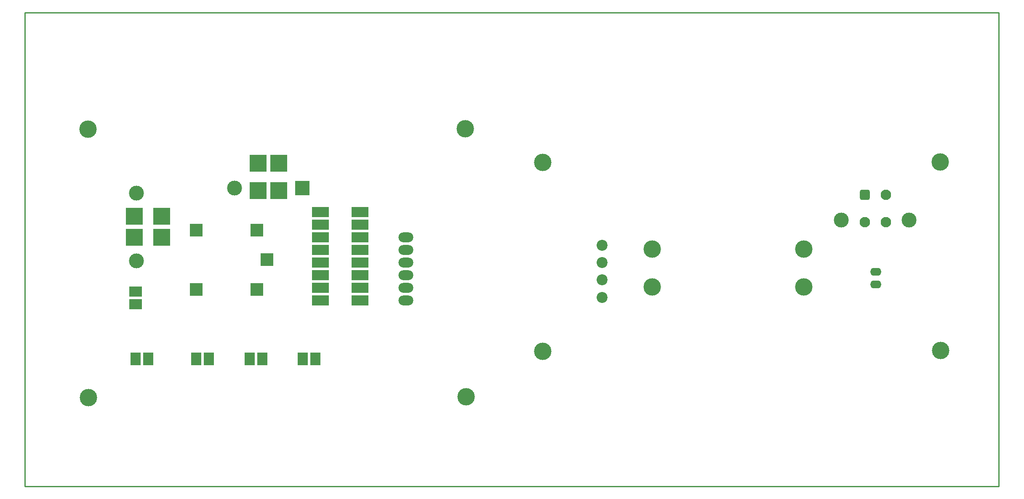
<source format=gbr>
%FSTAX23Y23*%
%MOIN*%
%SFA1B1*%

%IPPOS*%
%AMD23*
4,1,8,-0.020700,-0.041300,0.020700,-0.041300,0.041300,-0.020700,0.041300,0.020700,0.020700,0.041300,-0.020700,0.041300,-0.041300,0.020700,-0.041300,-0.020700,-0.020700,-0.041300,0.0*
1,1,0.041339,-0.020700,-0.020700*
1,1,0.041339,0.020700,-0.020700*
1,1,0.041339,0.020700,0.020700*
1,1,0.041339,-0.020700,0.020700*
%
%ADD10C,0.010000*%
%ADD11R,0.098425X0.098425*%
%ADD12R,0.137795X0.137795*%
%ADD13R,0.118110X0.118110*%
%ADD14C,0.118110*%
%ADD15R,0.137795X0.137795*%
%ADD16R,0.078740X0.098425*%
%ADD17O,0.118110X0.078740*%
%ADD18R,0.137795X0.078740*%
%ADD19R,0.098425X0.078740*%
%ADD20C,0.137795*%
%ADD21C,0.086614*%
%ADD22C,0.082677*%
G04~CAMADD=23~8~0.0~0.0~826.8~826.8~206.7~0.0~15~0.0~0.0~0.0~0.0~0~0.0~0.0~0.0~0.0~0~0.0~0.0~0.0~180.0~826.0~826.0*
%ADD23D23*%
%ADD24O,0.088582X0.062992*%
%ADD25C,0.137795*%
%LNpcb1_copper_signal_top-1*%
%LPD*%
G54D10*
X0Y0D02*
X0771D01*
X0Y03755D02*
X0771D01*
Y0D02*
Y03755D01*
X0Y0D02*
Y03755D01*
G54D11*
X01835Y02032D03*
Y0156D03*
X01355D03*
Y02032D03*
X01914Y01796D03*
G54D12*
X0201Y02345D03*
Y02561D03*
X01844D03*
Y02345D03*
G54D13*
X02195Y02363D03*
G54D14*
X01659Y02363D03*
X00883Y02325D03*
Y01789D03*
X06463Y02111D03*
X06999D03*
G54D15*
X00865Y0214D03*
X01081D03*
Y01975D03*
X00865D03*
G54D16*
X00975Y0101D03*
X00875D03*
X023D03*
X022D03*
X01877D03*
X01777D03*
X01455D03*
X01355D03*
G54D17*
X03014Y01575D03*
Y01675D03*
Y01875D03*
Y01475D03*
Y01975D03*
Y01775D03*
G54D18*
X02651Y01475D03*
Y01575D03*
Y01675D03*
Y01775D03*
Y01875D03*
Y01975D03*
Y02075D03*
Y02175D03*
X02338D03*
Y02075D03*
Y01975D03*
Y01875D03*
Y01775D03*
Y01675D03*
Y01575D03*
Y01475D03*
G54D19*
X00875Y01445D03*
Y01545D03*
G54D20*
X00502Y00704D03*
X03493Y0071D03*
X00499Y02831D03*
X03484Y02834D03*
X04097Y02567D03*
Y01071D03*
X07247Y01077D03*
X07246Y0257D03*
G54D21*
X04569Y01912D03*
Y01774D03*
Y01498D03*
Y01636D03*
G54D22*
X06648Y02093D03*
X06814Y0231D03*
Y02093D03*
G54D23*
X06648Y0231D03*
G54D24*
X06734Y016D03*
Y017D03*
G54D25*
X06164Y0158D03*
Y0188D03*
X04964Y0158D03*
Y0188D03*
M02*
</source>
